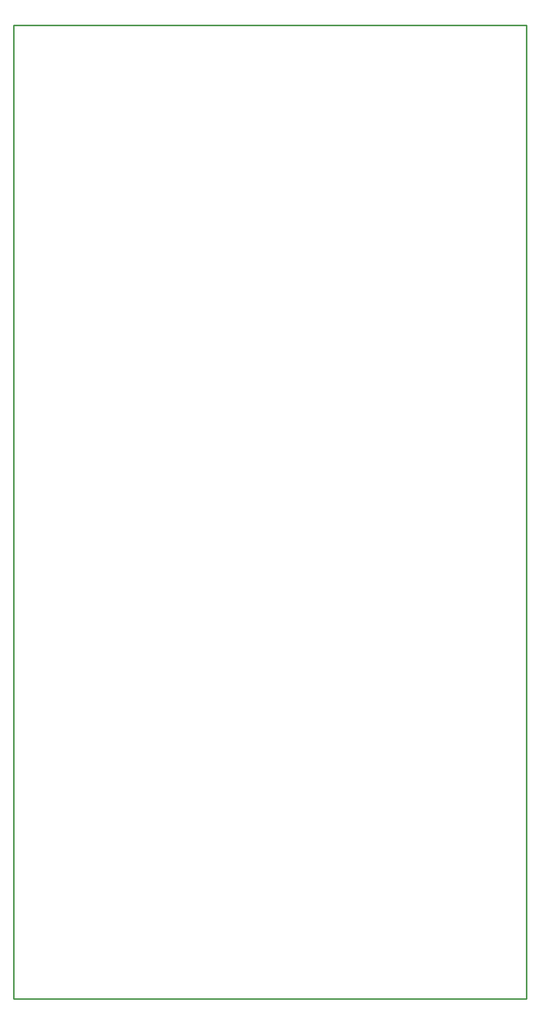
<source format=gko>
G04*
G04 #@! TF.GenerationSoftware,Altium Limited,Altium Designer,21.0.9 (235)*
G04*
G04 Layer_Color=16711935*
%FSLAX44Y44*%
%MOMM*%
G71*
G04*
G04 #@! TF.SameCoordinates,70CB9891-2270-4D21-866A-A56E4BF175EE*
G04*
G04*
G04 #@! TF.FilePolarity,Positive*
G04*
G01*
G75*
%ADD10C,0.2540*%
D10*
X861658Y-0D02*
X861658Y1635252D01*
X0Y0D02*
X861658Y-0D01*
X-0Y1635252D02*
X0Y0D01*
X-0Y1635252D02*
X861658Y1635252D01*
M02*

</source>
